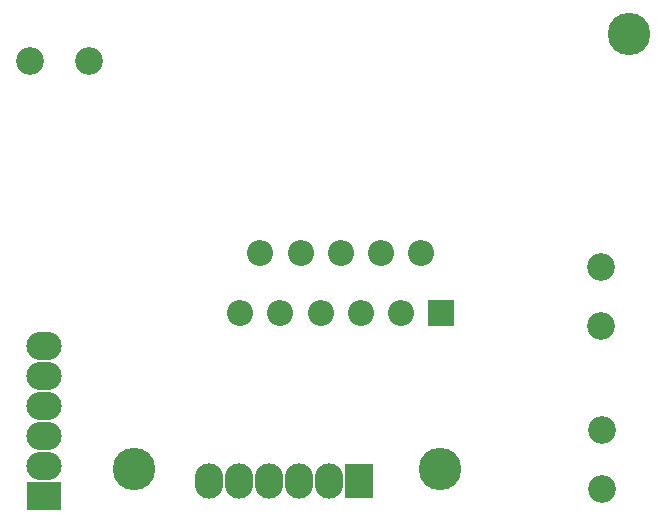
<source format=gbr>
G04 #@! TF.FileFunction,Soldermask,Bot*
%FSLAX46Y46*%
G04 Gerber Fmt 4.6, Leading zero omitted, Abs format (unit mm)*
G04 Created by KiCad (PCBNEW 4.0.1-stable) date 23/05/2018 12:47:38*
%MOMM*%
G01*
G04 APERTURE LIST*
%ADD10C,0.100000*%
%ADD11R,2.200000X2.200000*%
%ADD12O,2.200000X2.200000*%
%ADD13C,2.350000*%
%ADD14R,3.000000X2.400000*%
%ADD15O,3.000000X2.400000*%
%ADD16R,2.400000X3.000000*%
%ADD17O,2.400000X3.000000*%
%ADD18C,3.600000*%
G04 APERTURE END LIST*
D10*
D11*
X109800000Y-49230000D03*
D12*
X108100000Y-44150000D03*
X106400000Y-49230000D03*
X104700000Y-44150000D03*
X103000000Y-49230000D03*
X101300000Y-44150000D03*
X99600000Y-49230000D03*
X97900000Y-44150000D03*
X96200000Y-49230000D03*
X94500000Y-44150000D03*
X92800000Y-49230000D03*
D13*
X79970000Y-27940000D03*
X74970000Y-27940000D03*
D14*
X76200000Y-64770000D03*
D15*
X76200000Y-62230000D03*
X76200000Y-59690000D03*
X76200000Y-57150000D03*
X76200000Y-54610000D03*
X76200000Y-52070000D03*
D16*
X102870000Y-63500000D03*
D17*
X100330000Y-63500000D03*
X97790000Y-63500000D03*
X95250000Y-63500000D03*
X92710000Y-63500000D03*
X90170000Y-63500000D03*
D13*
X123320000Y-50350000D03*
X123320000Y-45350000D03*
X123420000Y-59160000D03*
X123420000Y-64160000D03*
D18*
X109728000Y-62484000D03*
X125700000Y-25600000D03*
X83820000Y-62484000D03*
M02*

</source>
